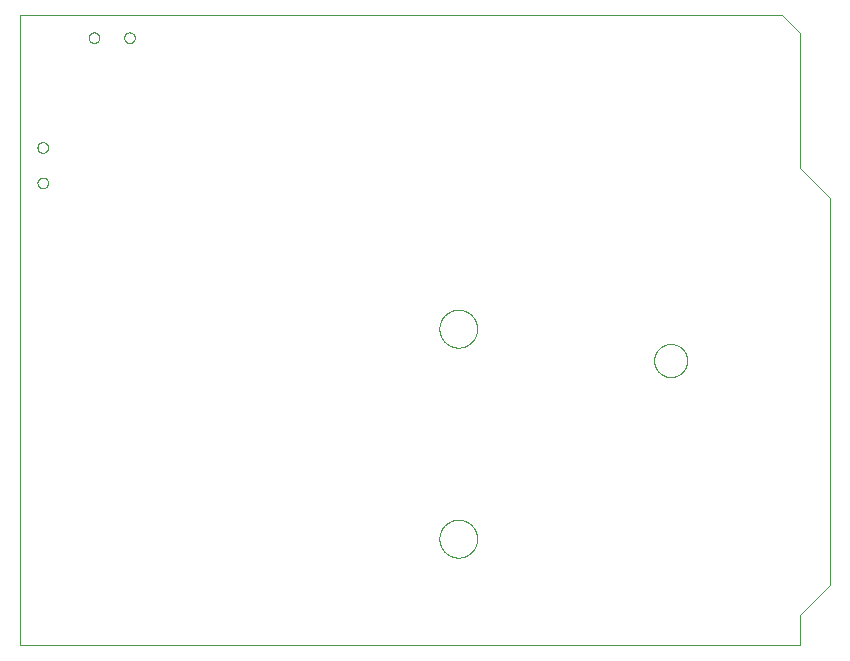
<source format=gbp>
G75*
%MOIN*%
%OFA0B0*%
%FSLAX25Y25*%
%IPPOS*%
%LPD*%
%AMOC8*
5,1,8,0,0,1.08239X$1,22.5*
%
%ADD10C,0.00004*%
%ADD11C,0.00000*%
D10*
X0016500Y0005000D02*
X0276500Y0005000D01*
X0276500Y0015000D01*
X0286500Y0025000D01*
X0286500Y0154000D01*
X0276500Y0164000D01*
X0276500Y0209000D01*
X0270500Y0215000D01*
X0016500Y0215000D01*
X0016500Y0005000D01*
D11*
X0156201Y0040500D02*
X0156203Y0040658D01*
X0156209Y0040816D01*
X0156219Y0040974D01*
X0156233Y0041132D01*
X0156251Y0041289D01*
X0156272Y0041446D01*
X0156298Y0041602D01*
X0156328Y0041758D01*
X0156361Y0041913D01*
X0156399Y0042066D01*
X0156440Y0042219D01*
X0156485Y0042371D01*
X0156534Y0042522D01*
X0156587Y0042671D01*
X0156643Y0042819D01*
X0156703Y0042965D01*
X0156767Y0043110D01*
X0156835Y0043253D01*
X0156906Y0043395D01*
X0156980Y0043535D01*
X0157058Y0043672D01*
X0157140Y0043808D01*
X0157224Y0043942D01*
X0157313Y0044073D01*
X0157404Y0044202D01*
X0157499Y0044329D01*
X0157596Y0044454D01*
X0157697Y0044576D01*
X0157801Y0044695D01*
X0157908Y0044812D01*
X0158018Y0044926D01*
X0158131Y0045037D01*
X0158246Y0045146D01*
X0158364Y0045251D01*
X0158485Y0045353D01*
X0158608Y0045453D01*
X0158734Y0045549D01*
X0158862Y0045642D01*
X0158992Y0045732D01*
X0159125Y0045818D01*
X0159260Y0045902D01*
X0159396Y0045981D01*
X0159535Y0046058D01*
X0159676Y0046130D01*
X0159818Y0046200D01*
X0159962Y0046265D01*
X0160108Y0046327D01*
X0160255Y0046385D01*
X0160404Y0046440D01*
X0160554Y0046491D01*
X0160705Y0046538D01*
X0160857Y0046581D01*
X0161010Y0046620D01*
X0161165Y0046656D01*
X0161320Y0046687D01*
X0161476Y0046715D01*
X0161632Y0046739D01*
X0161789Y0046759D01*
X0161947Y0046775D01*
X0162104Y0046787D01*
X0162263Y0046795D01*
X0162421Y0046799D01*
X0162579Y0046799D01*
X0162737Y0046795D01*
X0162896Y0046787D01*
X0163053Y0046775D01*
X0163211Y0046759D01*
X0163368Y0046739D01*
X0163524Y0046715D01*
X0163680Y0046687D01*
X0163835Y0046656D01*
X0163990Y0046620D01*
X0164143Y0046581D01*
X0164295Y0046538D01*
X0164446Y0046491D01*
X0164596Y0046440D01*
X0164745Y0046385D01*
X0164892Y0046327D01*
X0165038Y0046265D01*
X0165182Y0046200D01*
X0165324Y0046130D01*
X0165465Y0046058D01*
X0165604Y0045981D01*
X0165740Y0045902D01*
X0165875Y0045818D01*
X0166008Y0045732D01*
X0166138Y0045642D01*
X0166266Y0045549D01*
X0166392Y0045453D01*
X0166515Y0045353D01*
X0166636Y0045251D01*
X0166754Y0045146D01*
X0166869Y0045037D01*
X0166982Y0044926D01*
X0167092Y0044812D01*
X0167199Y0044695D01*
X0167303Y0044576D01*
X0167404Y0044454D01*
X0167501Y0044329D01*
X0167596Y0044202D01*
X0167687Y0044073D01*
X0167776Y0043942D01*
X0167860Y0043808D01*
X0167942Y0043672D01*
X0168020Y0043535D01*
X0168094Y0043395D01*
X0168165Y0043253D01*
X0168233Y0043110D01*
X0168297Y0042965D01*
X0168357Y0042819D01*
X0168413Y0042671D01*
X0168466Y0042522D01*
X0168515Y0042371D01*
X0168560Y0042219D01*
X0168601Y0042066D01*
X0168639Y0041913D01*
X0168672Y0041758D01*
X0168702Y0041602D01*
X0168728Y0041446D01*
X0168749Y0041289D01*
X0168767Y0041132D01*
X0168781Y0040974D01*
X0168791Y0040816D01*
X0168797Y0040658D01*
X0168799Y0040500D01*
X0168797Y0040342D01*
X0168791Y0040184D01*
X0168781Y0040026D01*
X0168767Y0039868D01*
X0168749Y0039711D01*
X0168728Y0039554D01*
X0168702Y0039398D01*
X0168672Y0039242D01*
X0168639Y0039087D01*
X0168601Y0038934D01*
X0168560Y0038781D01*
X0168515Y0038629D01*
X0168466Y0038478D01*
X0168413Y0038329D01*
X0168357Y0038181D01*
X0168297Y0038035D01*
X0168233Y0037890D01*
X0168165Y0037747D01*
X0168094Y0037605D01*
X0168020Y0037465D01*
X0167942Y0037328D01*
X0167860Y0037192D01*
X0167776Y0037058D01*
X0167687Y0036927D01*
X0167596Y0036798D01*
X0167501Y0036671D01*
X0167404Y0036546D01*
X0167303Y0036424D01*
X0167199Y0036305D01*
X0167092Y0036188D01*
X0166982Y0036074D01*
X0166869Y0035963D01*
X0166754Y0035854D01*
X0166636Y0035749D01*
X0166515Y0035647D01*
X0166392Y0035547D01*
X0166266Y0035451D01*
X0166138Y0035358D01*
X0166008Y0035268D01*
X0165875Y0035182D01*
X0165740Y0035098D01*
X0165604Y0035019D01*
X0165465Y0034942D01*
X0165324Y0034870D01*
X0165182Y0034800D01*
X0165038Y0034735D01*
X0164892Y0034673D01*
X0164745Y0034615D01*
X0164596Y0034560D01*
X0164446Y0034509D01*
X0164295Y0034462D01*
X0164143Y0034419D01*
X0163990Y0034380D01*
X0163835Y0034344D01*
X0163680Y0034313D01*
X0163524Y0034285D01*
X0163368Y0034261D01*
X0163211Y0034241D01*
X0163053Y0034225D01*
X0162896Y0034213D01*
X0162737Y0034205D01*
X0162579Y0034201D01*
X0162421Y0034201D01*
X0162263Y0034205D01*
X0162104Y0034213D01*
X0161947Y0034225D01*
X0161789Y0034241D01*
X0161632Y0034261D01*
X0161476Y0034285D01*
X0161320Y0034313D01*
X0161165Y0034344D01*
X0161010Y0034380D01*
X0160857Y0034419D01*
X0160705Y0034462D01*
X0160554Y0034509D01*
X0160404Y0034560D01*
X0160255Y0034615D01*
X0160108Y0034673D01*
X0159962Y0034735D01*
X0159818Y0034800D01*
X0159676Y0034870D01*
X0159535Y0034942D01*
X0159396Y0035019D01*
X0159260Y0035098D01*
X0159125Y0035182D01*
X0158992Y0035268D01*
X0158862Y0035358D01*
X0158734Y0035451D01*
X0158608Y0035547D01*
X0158485Y0035647D01*
X0158364Y0035749D01*
X0158246Y0035854D01*
X0158131Y0035963D01*
X0158018Y0036074D01*
X0157908Y0036188D01*
X0157801Y0036305D01*
X0157697Y0036424D01*
X0157596Y0036546D01*
X0157499Y0036671D01*
X0157404Y0036798D01*
X0157313Y0036927D01*
X0157224Y0037058D01*
X0157140Y0037192D01*
X0157058Y0037328D01*
X0156980Y0037465D01*
X0156906Y0037605D01*
X0156835Y0037747D01*
X0156767Y0037890D01*
X0156703Y0038035D01*
X0156643Y0038181D01*
X0156587Y0038329D01*
X0156534Y0038478D01*
X0156485Y0038629D01*
X0156440Y0038781D01*
X0156399Y0038934D01*
X0156361Y0039087D01*
X0156328Y0039242D01*
X0156298Y0039398D01*
X0156272Y0039554D01*
X0156251Y0039711D01*
X0156233Y0039868D01*
X0156219Y0040026D01*
X0156209Y0040184D01*
X0156203Y0040342D01*
X0156201Y0040500D01*
X0227788Y0099900D02*
X0227790Y0100048D01*
X0227796Y0100196D01*
X0227806Y0100344D01*
X0227820Y0100491D01*
X0227838Y0100638D01*
X0227859Y0100784D01*
X0227885Y0100930D01*
X0227915Y0101075D01*
X0227948Y0101219D01*
X0227986Y0101362D01*
X0228027Y0101504D01*
X0228072Y0101645D01*
X0228120Y0101785D01*
X0228173Y0101924D01*
X0228229Y0102061D01*
X0228289Y0102196D01*
X0228352Y0102330D01*
X0228419Y0102462D01*
X0228490Y0102592D01*
X0228564Y0102720D01*
X0228641Y0102846D01*
X0228722Y0102970D01*
X0228806Y0103092D01*
X0228893Y0103211D01*
X0228984Y0103328D01*
X0229078Y0103443D01*
X0229174Y0103555D01*
X0229274Y0103665D01*
X0229376Y0103771D01*
X0229482Y0103875D01*
X0229590Y0103976D01*
X0229701Y0104074D01*
X0229814Y0104170D01*
X0229930Y0104262D01*
X0230048Y0104351D01*
X0230169Y0104436D01*
X0230292Y0104519D01*
X0230417Y0104598D01*
X0230544Y0104674D01*
X0230673Y0104746D01*
X0230804Y0104815D01*
X0230937Y0104880D01*
X0231072Y0104941D01*
X0231208Y0104999D01*
X0231345Y0105054D01*
X0231484Y0105104D01*
X0231625Y0105151D01*
X0231766Y0105194D01*
X0231909Y0105234D01*
X0232053Y0105269D01*
X0232197Y0105301D01*
X0232343Y0105328D01*
X0232489Y0105352D01*
X0232636Y0105372D01*
X0232783Y0105388D01*
X0232930Y0105400D01*
X0233078Y0105408D01*
X0233226Y0105412D01*
X0233374Y0105412D01*
X0233522Y0105408D01*
X0233670Y0105400D01*
X0233817Y0105388D01*
X0233964Y0105372D01*
X0234111Y0105352D01*
X0234257Y0105328D01*
X0234403Y0105301D01*
X0234547Y0105269D01*
X0234691Y0105234D01*
X0234834Y0105194D01*
X0234975Y0105151D01*
X0235116Y0105104D01*
X0235255Y0105054D01*
X0235392Y0104999D01*
X0235528Y0104941D01*
X0235663Y0104880D01*
X0235796Y0104815D01*
X0235927Y0104746D01*
X0236056Y0104674D01*
X0236183Y0104598D01*
X0236308Y0104519D01*
X0236431Y0104436D01*
X0236552Y0104351D01*
X0236670Y0104262D01*
X0236786Y0104170D01*
X0236899Y0104074D01*
X0237010Y0103976D01*
X0237118Y0103875D01*
X0237224Y0103771D01*
X0237326Y0103665D01*
X0237426Y0103555D01*
X0237522Y0103443D01*
X0237616Y0103328D01*
X0237707Y0103211D01*
X0237794Y0103092D01*
X0237878Y0102970D01*
X0237959Y0102846D01*
X0238036Y0102720D01*
X0238110Y0102592D01*
X0238181Y0102462D01*
X0238248Y0102330D01*
X0238311Y0102196D01*
X0238371Y0102061D01*
X0238427Y0101924D01*
X0238480Y0101785D01*
X0238528Y0101645D01*
X0238573Y0101504D01*
X0238614Y0101362D01*
X0238652Y0101219D01*
X0238685Y0101075D01*
X0238715Y0100930D01*
X0238741Y0100784D01*
X0238762Y0100638D01*
X0238780Y0100491D01*
X0238794Y0100344D01*
X0238804Y0100196D01*
X0238810Y0100048D01*
X0238812Y0099900D01*
X0238810Y0099752D01*
X0238804Y0099604D01*
X0238794Y0099456D01*
X0238780Y0099309D01*
X0238762Y0099162D01*
X0238741Y0099016D01*
X0238715Y0098870D01*
X0238685Y0098725D01*
X0238652Y0098581D01*
X0238614Y0098438D01*
X0238573Y0098296D01*
X0238528Y0098155D01*
X0238480Y0098015D01*
X0238427Y0097876D01*
X0238371Y0097739D01*
X0238311Y0097604D01*
X0238248Y0097470D01*
X0238181Y0097338D01*
X0238110Y0097208D01*
X0238036Y0097080D01*
X0237959Y0096954D01*
X0237878Y0096830D01*
X0237794Y0096708D01*
X0237707Y0096589D01*
X0237616Y0096472D01*
X0237522Y0096357D01*
X0237426Y0096245D01*
X0237326Y0096135D01*
X0237224Y0096029D01*
X0237118Y0095925D01*
X0237010Y0095824D01*
X0236899Y0095726D01*
X0236786Y0095630D01*
X0236670Y0095538D01*
X0236552Y0095449D01*
X0236431Y0095364D01*
X0236308Y0095281D01*
X0236183Y0095202D01*
X0236056Y0095126D01*
X0235927Y0095054D01*
X0235796Y0094985D01*
X0235663Y0094920D01*
X0235528Y0094859D01*
X0235392Y0094801D01*
X0235255Y0094746D01*
X0235116Y0094696D01*
X0234975Y0094649D01*
X0234834Y0094606D01*
X0234691Y0094566D01*
X0234547Y0094531D01*
X0234403Y0094499D01*
X0234257Y0094472D01*
X0234111Y0094448D01*
X0233964Y0094428D01*
X0233817Y0094412D01*
X0233670Y0094400D01*
X0233522Y0094392D01*
X0233374Y0094388D01*
X0233226Y0094388D01*
X0233078Y0094392D01*
X0232930Y0094400D01*
X0232783Y0094412D01*
X0232636Y0094428D01*
X0232489Y0094448D01*
X0232343Y0094472D01*
X0232197Y0094499D01*
X0232053Y0094531D01*
X0231909Y0094566D01*
X0231766Y0094606D01*
X0231625Y0094649D01*
X0231484Y0094696D01*
X0231345Y0094746D01*
X0231208Y0094801D01*
X0231072Y0094859D01*
X0230937Y0094920D01*
X0230804Y0094985D01*
X0230673Y0095054D01*
X0230544Y0095126D01*
X0230417Y0095202D01*
X0230292Y0095281D01*
X0230169Y0095364D01*
X0230048Y0095449D01*
X0229930Y0095538D01*
X0229814Y0095630D01*
X0229701Y0095726D01*
X0229590Y0095824D01*
X0229482Y0095925D01*
X0229376Y0096029D01*
X0229274Y0096135D01*
X0229174Y0096245D01*
X0229078Y0096357D01*
X0228984Y0096472D01*
X0228893Y0096589D01*
X0228806Y0096708D01*
X0228722Y0096830D01*
X0228641Y0096954D01*
X0228564Y0097080D01*
X0228490Y0097208D01*
X0228419Y0097338D01*
X0228352Y0097470D01*
X0228289Y0097604D01*
X0228229Y0097739D01*
X0228173Y0097876D01*
X0228120Y0098015D01*
X0228072Y0098155D01*
X0228027Y0098296D01*
X0227986Y0098438D01*
X0227948Y0098581D01*
X0227915Y0098725D01*
X0227885Y0098870D01*
X0227859Y0099016D01*
X0227838Y0099162D01*
X0227820Y0099309D01*
X0227806Y0099456D01*
X0227796Y0099604D01*
X0227790Y0099752D01*
X0227788Y0099900D01*
X0156201Y0110500D02*
X0156203Y0110658D01*
X0156209Y0110816D01*
X0156219Y0110974D01*
X0156233Y0111132D01*
X0156251Y0111289D01*
X0156272Y0111446D01*
X0156298Y0111602D01*
X0156328Y0111758D01*
X0156361Y0111913D01*
X0156399Y0112066D01*
X0156440Y0112219D01*
X0156485Y0112371D01*
X0156534Y0112522D01*
X0156587Y0112671D01*
X0156643Y0112819D01*
X0156703Y0112965D01*
X0156767Y0113110D01*
X0156835Y0113253D01*
X0156906Y0113395D01*
X0156980Y0113535D01*
X0157058Y0113672D01*
X0157140Y0113808D01*
X0157224Y0113942D01*
X0157313Y0114073D01*
X0157404Y0114202D01*
X0157499Y0114329D01*
X0157596Y0114454D01*
X0157697Y0114576D01*
X0157801Y0114695D01*
X0157908Y0114812D01*
X0158018Y0114926D01*
X0158131Y0115037D01*
X0158246Y0115146D01*
X0158364Y0115251D01*
X0158485Y0115353D01*
X0158608Y0115453D01*
X0158734Y0115549D01*
X0158862Y0115642D01*
X0158992Y0115732D01*
X0159125Y0115818D01*
X0159260Y0115902D01*
X0159396Y0115981D01*
X0159535Y0116058D01*
X0159676Y0116130D01*
X0159818Y0116200D01*
X0159962Y0116265D01*
X0160108Y0116327D01*
X0160255Y0116385D01*
X0160404Y0116440D01*
X0160554Y0116491D01*
X0160705Y0116538D01*
X0160857Y0116581D01*
X0161010Y0116620D01*
X0161165Y0116656D01*
X0161320Y0116687D01*
X0161476Y0116715D01*
X0161632Y0116739D01*
X0161789Y0116759D01*
X0161947Y0116775D01*
X0162104Y0116787D01*
X0162263Y0116795D01*
X0162421Y0116799D01*
X0162579Y0116799D01*
X0162737Y0116795D01*
X0162896Y0116787D01*
X0163053Y0116775D01*
X0163211Y0116759D01*
X0163368Y0116739D01*
X0163524Y0116715D01*
X0163680Y0116687D01*
X0163835Y0116656D01*
X0163990Y0116620D01*
X0164143Y0116581D01*
X0164295Y0116538D01*
X0164446Y0116491D01*
X0164596Y0116440D01*
X0164745Y0116385D01*
X0164892Y0116327D01*
X0165038Y0116265D01*
X0165182Y0116200D01*
X0165324Y0116130D01*
X0165465Y0116058D01*
X0165604Y0115981D01*
X0165740Y0115902D01*
X0165875Y0115818D01*
X0166008Y0115732D01*
X0166138Y0115642D01*
X0166266Y0115549D01*
X0166392Y0115453D01*
X0166515Y0115353D01*
X0166636Y0115251D01*
X0166754Y0115146D01*
X0166869Y0115037D01*
X0166982Y0114926D01*
X0167092Y0114812D01*
X0167199Y0114695D01*
X0167303Y0114576D01*
X0167404Y0114454D01*
X0167501Y0114329D01*
X0167596Y0114202D01*
X0167687Y0114073D01*
X0167776Y0113942D01*
X0167860Y0113808D01*
X0167942Y0113672D01*
X0168020Y0113535D01*
X0168094Y0113395D01*
X0168165Y0113253D01*
X0168233Y0113110D01*
X0168297Y0112965D01*
X0168357Y0112819D01*
X0168413Y0112671D01*
X0168466Y0112522D01*
X0168515Y0112371D01*
X0168560Y0112219D01*
X0168601Y0112066D01*
X0168639Y0111913D01*
X0168672Y0111758D01*
X0168702Y0111602D01*
X0168728Y0111446D01*
X0168749Y0111289D01*
X0168767Y0111132D01*
X0168781Y0110974D01*
X0168791Y0110816D01*
X0168797Y0110658D01*
X0168799Y0110500D01*
X0168797Y0110342D01*
X0168791Y0110184D01*
X0168781Y0110026D01*
X0168767Y0109868D01*
X0168749Y0109711D01*
X0168728Y0109554D01*
X0168702Y0109398D01*
X0168672Y0109242D01*
X0168639Y0109087D01*
X0168601Y0108934D01*
X0168560Y0108781D01*
X0168515Y0108629D01*
X0168466Y0108478D01*
X0168413Y0108329D01*
X0168357Y0108181D01*
X0168297Y0108035D01*
X0168233Y0107890D01*
X0168165Y0107747D01*
X0168094Y0107605D01*
X0168020Y0107465D01*
X0167942Y0107328D01*
X0167860Y0107192D01*
X0167776Y0107058D01*
X0167687Y0106927D01*
X0167596Y0106798D01*
X0167501Y0106671D01*
X0167404Y0106546D01*
X0167303Y0106424D01*
X0167199Y0106305D01*
X0167092Y0106188D01*
X0166982Y0106074D01*
X0166869Y0105963D01*
X0166754Y0105854D01*
X0166636Y0105749D01*
X0166515Y0105647D01*
X0166392Y0105547D01*
X0166266Y0105451D01*
X0166138Y0105358D01*
X0166008Y0105268D01*
X0165875Y0105182D01*
X0165740Y0105098D01*
X0165604Y0105019D01*
X0165465Y0104942D01*
X0165324Y0104870D01*
X0165182Y0104800D01*
X0165038Y0104735D01*
X0164892Y0104673D01*
X0164745Y0104615D01*
X0164596Y0104560D01*
X0164446Y0104509D01*
X0164295Y0104462D01*
X0164143Y0104419D01*
X0163990Y0104380D01*
X0163835Y0104344D01*
X0163680Y0104313D01*
X0163524Y0104285D01*
X0163368Y0104261D01*
X0163211Y0104241D01*
X0163053Y0104225D01*
X0162896Y0104213D01*
X0162737Y0104205D01*
X0162579Y0104201D01*
X0162421Y0104201D01*
X0162263Y0104205D01*
X0162104Y0104213D01*
X0161947Y0104225D01*
X0161789Y0104241D01*
X0161632Y0104261D01*
X0161476Y0104285D01*
X0161320Y0104313D01*
X0161165Y0104344D01*
X0161010Y0104380D01*
X0160857Y0104419D01*
X0160705Y0104462D01*
X0160554Y0104509D01*
X0160404Y0104560D01*
X0160255Y0104615D01*
X0160108Y0104673D01*
X0159962Y0104735D01*
X0159818Y0104800D01*
X0159676Y0104870D01*
X0159535Y0104942D01*
X0159396Y0105019D01*
X0159260Y0105098D01*
X0159125Y0105182D01*
X0158992Y0105268D01*
X0158862Y0105358D01*
X0158734Y0105451D01*
X0158608Y0105547D01*
X0158485Y0105647D01*
X0158364Y0105749D01*
X0158246Y0105854D01*
X0158131Y0105963D01*
X0158018Y0106074D01*
X0157908Y0106188D01*
X0157801Y0106305D01*
X0157697Y0106424D01*
X0157596Y0106546D01*
X0157499Y0106671D01*
X0157404Y0106798D01*
X0157313Y0106927D01*
X0157224Y0107058D01*
X0157140Y0107192D01*
X0157058Y0107328D01*
X0156980Y0107465D01*
X0156906Y0107605D01*
X0156835Y0107747D01*
X0156767Y0107890D01*
X0156703Y0108035D01*
X0156643Y0108181D01*
X0156587Y0108329D01*
X0156534Y0108478D01*
X0156485Y0108629D01*
X0156440Y0108781D01*
X0156399Y0108934D01*
X0156361Y0109087D01*
X0156328Y0109242D01*
X0156298Y0109398D01*
X0156272Y0109554D01*
X0156251Y0109711D01*
X0156233Y0109868D01*
X0156219Y0110026D01*
X0156209Y0110184D01*
X0156203Y0110342D01*
X0156201Y0110500D01*
X0051134Y0207500D02*
X0051136Y0207584D01*
X0051142Y0207667D01*
X0051152Y0207750D01*
X0051166Y0207833D01*
X0051183Y0207915D01*
X0051205Y0207996D01*
X0051230Y0208075D01*
X0051259Y0208154D01*
X0051292Y0208231D01*
X0051328Y0208306D01*
X0051368Y0208380D01*
X0051411Y0208452D01*
X0051458Y0208521D01*
X0051508Y0208588D01*
X0051561Y0208653D01*
X0051617Y0208715D01*
X0051675Y0208775D01*
X0051737Y0208832D01*
X0051801Y0208885D01*
X0051868Y0208936D01*
X0051937Y0208983D01*
X0052008Y0209028D01*
X0052081Y0209068D01*
X0052156Y0209105D01*
X0052233Y0209139D01*
X0052311Y0209169D01*
X0052390Y0209195D01*
X0052471Y0209218D01*
X0052553Y0209236D01*
X0052635Y0209251D01*
X0052718Y0209262D01*
X0052801Y0209269D01*
X0052885Y0209272D01*
X0052969Y0209271D01*
X0053052Y0209266D01*
X0053136Y0209257D01*
X0053218Y0209244D01*
X0053300Y0209228D01*
X0053381Y0209207D01*
X0053462Y0209183D01*
X0053540Y0209155D01*
X0053618Y0209123D01*
X0053694Y0209087D01*
X0053768Y0209048D01*
X0053840Y0209006D01*
X0053910Y0208960D01*
X0053978Y0208911D01*
X0054043Y0208859D01*
X0054106Y0208804D01*
X0054166Y0208746D01*
X0054224Y0208685D01*
X0054278Y0208621D01*
X0054330Y0208555D01*
X0054378Y0208487D01*
X0054423Y0208416D01*
X0054464Y0208343D01*
X0054503Y0208269D01*
X0054537Y0208193D01*
X0054568Y0208115D01*
X0054595Y0208036D01*
X0054619Y0207955D01*
X0054638Y0207874D01*
X0054654Y0207792D01*
X0054666Y0207709D01*
X0054674Y0207625D01*
X0054678Y0207542D01*
X0054678Y0207458D01*
X0054674Y0207375D01*
X0054666Y0207291D01*
X0054654Y0207208D01*
X0054638Y0207126D01*
X0054619Y0207045D01*
X0054595Y0206964D01*
X0054568Y0206885D01*
X0054537Y0206807D01*
X0054503Y0206731D01*
X0054464Y0206657D01*
X0054423Y0206584D01*
X0054378Y0206513D01*
X0054330Y0206445D01*
X0054278Y0206379D01*
X0054224Y0206315D01*
X0054166Y0206254D01*
X0054106Y0206196D01*
X0054043Y0206141D01*
X0053978Y0206089D01*
X0053910Y0206040D01*
X0053840Y0205994D01*
X0053768Y0205952D01*
X0053694Y0205913D01*
X0053618Y0205877D01*
X0053540Y0205845D01*
X0053462Y0205817D01*
X0053381Y0205793D01*
X0053300Y0205772D01*
X0053218Y0205756D01*
X0053136Y0205743D01*
X0053052Y0205734D01*
X0052969Y0205729D01*
X0052885Y0205728D01*
X0052801Y0205731D01*
X0052718Y0205738D01*
X0052635Y0205749D01*
X0052553Y0205764D01*
X0052471Y0205782D01*
X0052390Y0205805D01*
X0052311Y0205831D01*
X0052233Y0205861D01*
X0052156Y0205895D01*
X0052081Y0205932D01*
X0052008Y0205972D01*
X0051937Y0206017D01*
X0051868Y0206064D01*
X0051801Y0206115D01*
X0051737Y0206168D01*
X0051675Y0206225D01*
X0051617Y0206285D01*
X0051561Y0206347D01*
X0051508Y0206412D01*
X0051458Y0206479D01*
X0051411Y0206548D01*
X0051368Y0206620D01*
X0051328Y0206694D01*
X0051292Y0206769D01*
X0051259Y0206846D01*
X0051230Y0206925D01*
X0051205Y0207004D01*
X0051183Y0207085D01*
X0051166Y0207167D01*
X0051152Y0207250D01*
X0051142Y0207333D01*
X0051136Y0207416D01*
X0051134Y0207500D01*
X0039322Y0207500D02*
X0039324Y0207584D01*
X0039330Y0207667D01*
X0039340Y0207750D01*
X0039354Y0207833D01*
X0039371Y0207915D01*
X0039393Y0207996D01*
X0039418Y0208075D01*
X0039447Y0208154D01*
X0039480Y0208231D01*
X0039516Y0208306D01*
X0039556Y0208380D01*
X0039599Y0208452D01*
X0039646Y0208521D01*
X0039696Y0208588D01*
X0039749Y0208653D01*
X0039805Y0208715D01*
X0039863Y0208775D01*
X0039925Y0208832D01*
X0039989Y0208885D01*
X0040056Y0208936D01*
X0040125Y0208983D01*
X0040196Y0209028D01*
X0040269Y0209068D01*
X0040344Y0209105D01*
X0040421Y0209139D01*
X0040499Y0209169D01*
X0040578Y0209195D01*
X0040659Y0209218D01*
X0040741Y0209236D01*
X0040823Y0209251D01*
X0040906Y0209262D01*
X0040989Y0209269D01*
X0041073Y0209272D01*
X0041157Y0209271D01*
X0041240Y0209266D01*
X0041324Y0209257D01*
X0041406Y0209244D01*
X0041488Y0209228D01*
X0041569Y0209207D01*
X0041650Y0209183D01*
X0041728Y0209155D01*
X0041806Y0209123D01*
X0041882Y0209087D01*
X0041956Y0209048D01*
X0042028Y0209006D01*
X0042098Y0208960D01*
X0042166Y0208911D01*
X0042231Y0208859D01*
X0042294Y0208804D01*
X0042354Y0208746D01*
X0042412Y0208685D01*
X0042466Y0208621D01*
X0042518Y0208555D01*
X0042566Y0208487D01*
X0042611Y0208416D01*
X0042652Y0208343D01*
X0042691Y0208269D01*
X0042725Y0208193D01*
X0042756Y0208115D01*
X0042783Y0208036D01*
X0042807Y0207955D01*
X0042826Y0207874D01*
X0042842Y0207792D01*
X0042854Y0207709D01*
X0042862Y0207625D01*
X0042866Y0207542D01*
X0042866Y0207458D01*
X0042862Y0207375D01*
X0042854Y0207291D01*
X0042842Y0207208D01*
X0042826Y0207126D01*
X0042807Y0207045D01*
X0042783Y0206964D01*
X0042756Y0206885D01*
X0042725Y0206807D01*
X0042691Y0206731D01*
X0042652Y0206657D01*
X0042611Y0206584D01*
X0042566Y0206513D01*
X0042518Y0206445D01*
X0042466Y0206379D01*
X0042412Y0206315D01*
X0042354Y0206254D01*
X0042294Y0206196D01*
X0042231Y0206141D01*
X0042166Y0206089D01*
X0042098Y0206040D01*
X0042028Y0205994D01*
X0041956Y0205952D01*
X0041882Y0205913D01*
X0041806Y0205877D01*
X0041728Y0205845D01*
X0041650Y0205817D01*
X0041569Y0205793D01*
X0041488Y0205772D01*
X0041406Y0205756D01*
X0041324Y0205743D01*
X0041240Y0205734D01*
X0041157Y0205729D01*
X0041073Y0205728D01*
X0040989Y0205731D01*
X0040906Y0205738D01*
X0040823Y0205749D01*
X0040741Y0205764D01*
X0040659Y0205782D01*
X0040578Y0205805D01*
X0040499Y0205831D01*
X0040421Y0205861D01*
X0040344Y0205895D01*
X0040269Y0205932D01*
X0040196Y0205972D01*
X0040125Y0206017D01*
X0040056Y0206064D01*
X0039989Y0206115D01*
X0039925Y0206168D01*
X0039863Y0206225D01*
X0039805Y0206285D01*
X0039749Y0206347D01*
X0039696Y0206412D01*
X0039646Y0206479D01*
X0039599Y0206548D01*
X0039556Y0206620D01*
X0039516Y0206694D01*
X0039480Y0206769D01*
X0039447Y0206846D01*
X0039418Y0206925D01*
X0039393Y0207004D01*
X0039371Y0207085D01*
X0039354Y0207167D01*
X0039340Y0207250D01*
X0039330Y0207333D01*
X0039324Y0207416D01*
X0039322Y0207500D01*
X0022228Y0170906D02*
X0022230Y0170990D01*
X0022236Y0171073D01*
X0022246Y0171156D01*
X0022260Y0171239D01*
X0022277Y0171321D01*
X0022299Y0171402D01*
X0022324Y0171481D01*
X0022353Y0171560D01*
X0022386Y0171637D01*
X0022422Y0171712D01*
X0022462Y0171786D01*
X0022505Y0171858D01*
X0022552Y0171927D01*
X0022602Y0171994D01*
X0022655Y0172059D01*
X0022711Y0172121D01*
X0022769Y0172181D01*
X0022831Y0172238D01*
X0022895Y0172291D01*
X0022962Y0172342D01*
X0023031Y0172389D01*
X0023102Y0172434D01*
X0023175Y0172474D01*
X0023250Y0172511D01*
X0023327Y0172545D01*
X0023405Y0172575D01*
X0023484Y0172601D01*
X0023565Y0172624D01*
X0023647Y0172642D01*
X0023729Y0172657D01*
X0023812Y0172668D01*
X0023895Y0172675D01*
X0023979Y0172678D01*
X0024063Y0172677D01*
X0024146Y0172672D01*
X0024230Y0172663D01*
X0024312Y0172650D01*
X0024394Y0172634D01*
X0024475Y0172613D01*
X0024556Y0172589D01*
X0024634Y0172561D01*
X0024712Y0172529D01*
X0024788Y0172493D01*
X0024862Y0172454D01*
X0024934Y0172412D01*
X0025004Y0172366D01*
X0025072Y0172317D01*
X0025137Y0172265D01*
X0025200Y0172210D01*
X0025260Y0172152D01*
X0025318Y0172091D01*
X0025372Y0172027D01*
X0025424Y0171961D01*
X0025472Y0171893D01*
X0025517Y0171822D01*
X0025558Y0171749D01*
X0025597Y0171675D01*
X0025631Y0171599D01*
X0025662Y0171521D01*
X0025689Y0171442D01*
X0025713Y0171361D01*
X0025732Y0171280D01*
X0025748Y0171198D01*
X0025760Y0171115D01*
X0025768Y0171031D01*
X0025772Y0170948D01*
X0025772Y0170864D01*
X0025768Y0170781D01*
X0025760Y0170697D01*
X0025748Y0170614D01*
X0025732Y0170532D01*
X0025713Y0170451D01*
X0025689Y0170370D01*
X0025662Y0170291D01*
X0025631Y0170213D01*
X0025597Y0170137D01*
X0025558Y0170063D01*
X0025517Y0169990D01*
X0025472Y0169919D01*
X0025424Y0169851D01*
X0025372Y0169785D01*
X0025318Y0169721D01*
X0025260Y0169660D01*
X0025200Y0169602D01*
X0025137Y0169547D01*
X0025072Y0169495D01*
X0025004Y0169446D01*
X0024934Y0169400D01*
X0024862Y0169358D01*
X0024788Y0169319D01*
X0024712Y0169283D01*
X0024634Y0169251D01*
X0024556Y0169223D01*
X0024475Y0169199D01*
X0024394Y0169178D01*
X0024312Y0169162D01*
X0024230Y0169149D01*
X0024146Y0169140D01*
X0024063Y0169135D01*
X0023979Y0169134D01*
X0023895Y0169137D01*
X0023812Y0169144D01*
X0023729Y0169155D01*
X0023647Y0169170D01*
X0023565Y0169188D01*
X0023484Y0169211D01*
X0023405Y0169237D01*
X0023327Y0169267D01*
X0023250Y0169301D01*
X0023175Y0169338D01*
X0023102Y0169378D01*
X0023031Y0169423D01*
X0022962Y0169470D01*
X0022895Y0169521D01*
X0022831Y0169574D01*
X0022769Y0169631D01*
X0022711Y0169691D01*
X0022655Y0169753D01*
X0022602Y0169818D01*
X0022552Y0169885D01*
X0022505Y0169954D01*
X0022462Y0170026D01*
X0022422Y0170100D01*
X0022386Y0170175D01*
X0022353Y0170252D01*
X0022324Y0170331D01*
X0022299Y0170410D01*
X0022277Y0170491D01*
X0022260Y0170573D01*
X0022246Y0170656D01*
X0022236Y0170739D01*
X0022230Y0170822D01*
X0022228Y0170906D01*
X0022228Y0159094D02*
X0022230Y0159178D01*
X0022236Y0159261D01*
X0022246Y0159344D01*
X0022260Y0159427D01*
X0022277Y0159509D01*
X0022299Y0159590D01*
X0022324Y0159669D01*
X0022353Y0159748D01*
X0022386Y0159825D01*
X0022422Y0159900D01*
X0022462Y0159974D01*
X0022505Y0160046D01*
X0022552Y0160115D01*
X0022602Y0160182D01*
X0022655Y0160247D01*
X0022711Y0160309D01*
X0022769Y0160369D01*
X0022831Y0160426D01*
X0022895Y0160479D01*
X0022962Y0160530D01*
X0023031Y0160577D01*
X0023102Y0160622D01*
X0023175Y0160662D01*
X0023250Y0160699D01*
X0023327Y0160733D01*
X0023405Y0160763D01*
X0023484Y0160789D01*
X0023565Y0160812D01*
X0023647Y0160830D01*
X0023729Y0160845D01*
X0023812Y0160856D01*
X0023895Y0160863D01*
X0023979Y0160866D01*
X0024063Y0160865D01*
X0024146Y0160860D01*
X0024230Y0160851D01*
X0024312Y0160838D01*
X0024394Y0160822D01*
X0024475Y0160801D01*
X0024556Y0160777D01*
X0024634Y0160749D01*
X0024712Y0160717D01*
X0024788Y0160681D01*
X0024862Y0160642D01*
X0024934Y0160600D01*
X0025004Y0160554D01*
X0025072Y0160505D01*
X0025137Y0160453D01*
X0025200Y0160398D01*
X0025260Y0160340D01*
X0025318Y0160279D01*
X0025372Y0160215D01*
X0025424Y0160149D01*
X0025472Y0160081D01*
X0025517Y0160010D01*
X0025558Y0159937D01*
X0025597Y0159863D01*
X0025631Y0159787D01*
X0025662Y0159709D01*
X0025689Y0159630D01*
X0025713Y0159549D01*
X0025732Y0159468D01*
X0025748Y0159386D01*
X0025760Y0159303D01*
X0025768Y0159219D01*
X0025772Y0159136D01*
X0025772Y0159052D01*
X0025768Y0158969D01*
X0025760Y0158885D01*
X0025748Y0158802D01*
X0025732Y0158720D01*
X0025713Y0158639D01*
X0025689Y0158558D01*
X0025662Y0158479D01*
X0025631Y0158401D01*
X0025597Y0158325D01*
X0025558Y0158251D01*
X0025517Y0158178D01*
X0025472Y0158107D01*
X0025424Y0158039D01*
X0025372Y0157973D01*
X0025318Y0157909D01*
X0025260Y0157848D01*
X0025200Y0157790D01*
X0025137Y0157735D01*
X0025072Y0157683D01*
X0025004Y0157634D01*
X0024934Y0157588D01*
X0024862Y0157546D01*
X0024788Y0157507D01*
X0024712Y0157471D01*
X0024634Y0157439D01*
X0024556Y0157411D01*
X0024475Y0157387D01*
X0024394Y0157366D01*
X0024312Y0157350D01*
X0024230Y0157337D01*
X0024146Y0157328D01*
X0024063Y0157323D01*
X0023979Y0157322D01*
X0023895Y0157325D01*
X0023812Y0157332D01*
X0023729Y0157343D01*
X0023647Y0157358D01*
X0023565Y0157376D01*
X0023484Y0157399D01*
X0023405Y0157425D01*
X0023327Y0157455D01*
X0023250Y0157489D01*
X0023175Y0157526D01*
X0023102Y0157566D01*
X0023031Y0157611D01*
X0022962Y0157658D01*
X0022895Y0157709D01*
X0022831Y0157762D01*
X0022769Y0157819D01*
X0022711Y0157879D01*
X0022655Y0157941D01*
X0022602Y0158006D01*
X0022552Y0158073D01*
X0022505Y0158142D01*
X0022462Y0158214D01*
X0022422Y0158288D01*
X0022386Y0158363D01*
X0022353Y0158440D01*
X0022324Y0158519D01*
X0022299Y0158598D01*
X0022277Y0158679D01*
X0022260Y0158761D01*
X0022246Y0158844D01*
X0022236Y0158927D01*
X0022230Y0159010D01*
X0022228Y0159094D01*
M02*

</source>
